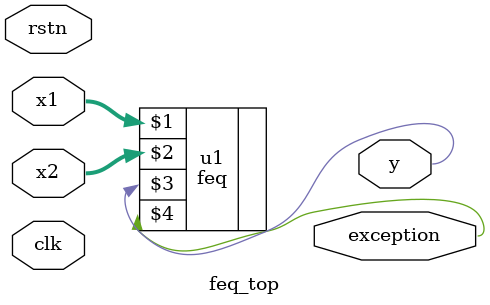
<source format=v>
module feq_top
   (  input wire [31:0]  x1,
      input wire [31:0]  x2,
      output wire        y,
      output wire        exception,
      input wire        clk,
      input wire        rstn);

   feq u1(x1,x2,y,exception);

endmodule
</source>
